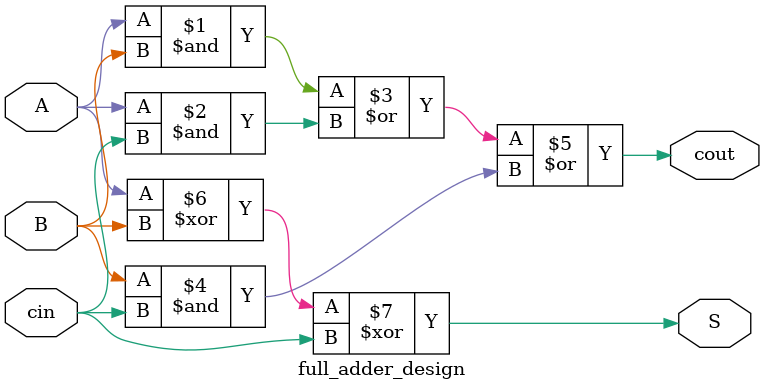
<source format=v>
module full_adder_design(
    input A,
    input B,
    input cin,
    output S,
    output cout
);



assign cout = (A & B)|(A & cin)|(B & cin);
assign S = A ^ B ^ cin;
endmodule
</source>
